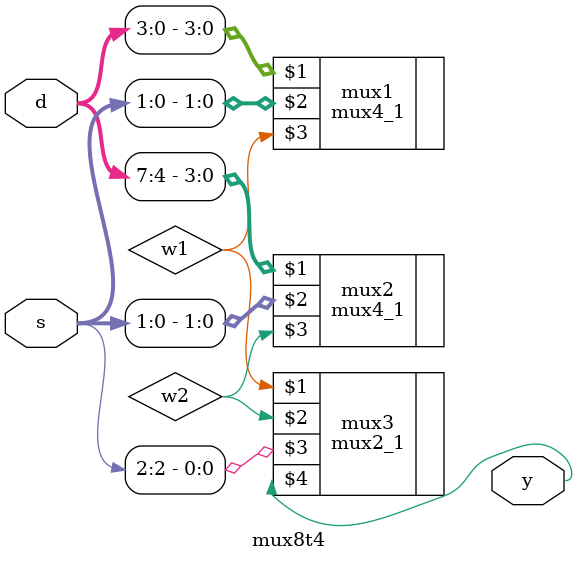
<source format=v>
module mux8t4 (input [7:0]d,input [2:0]s,output reg y);

wire w1,w2;

mux4_1 mux1(d[3:0],s[1:0],w1);
mux4_1 mux2(d[7:4],s[1:0],w2);
mux2_1 mux3(w1,w2,s[2],y);

endmodule

</source>
